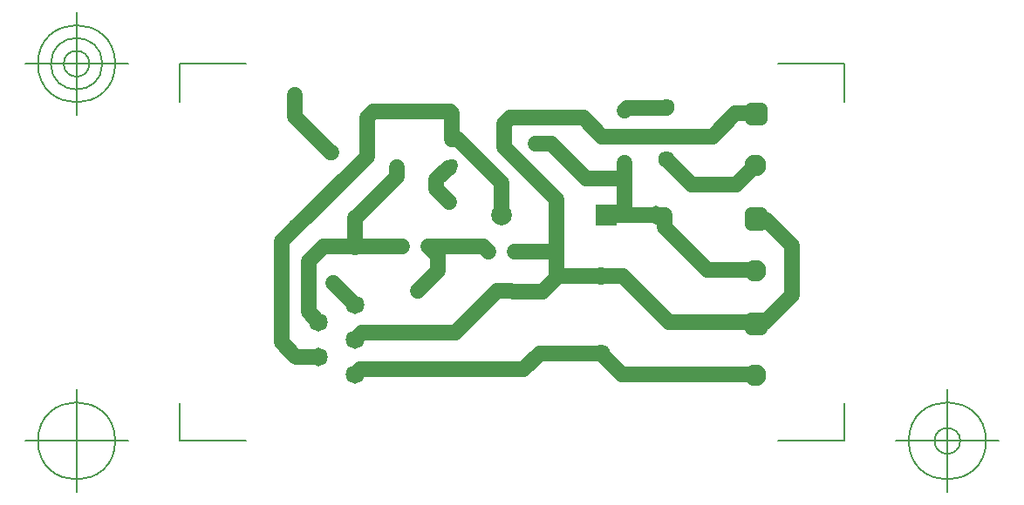
<source format=gbr>
G04 Generated by Ultiboard 11.0 *
%FSLAX25Y25*%
%MOIN*%

%ADD10C,0.06000*%
%ADD11C,0.00500*%
%ADD12C,0.05000*%
%ADD13C,0.06334*%
%ADD14C,0.07087*%
%ADD15R,0.07874X0.07874*%
%ADD16C,0.07874*%
%ADD17C,0.05906*%
%ADD18C,0.07166*%
%ADD19C,0.08334*%
%ADD20R,0.03750X0.03750*%
%ADD21C,0.05083*%


G04 ColorRGB 0000FF for the following layer *
%LNCopper Bottom*%
%LPD*%
%FSLAX25Y25*%
%MOIN*%
G54D10*
X135200Y49528D02*
X110400Y49528D01*
X127000Y20000D02*
X135000Y12000D01*
X129000Y73000D02*
X151350Y73000D01*
X120226Y110124D02*
X127350Y103000D01*
X121280Y87000D02*
X136000Y87000D01*
X127350Y103000D02*
X169467Y103000D01*
X103400Y20000D02*
X127000Y20000D01*
X35667Y28000D02*
X71250Y28000D01*
X81900Y61100D02*
X61100Y61100D01*
X64450Y51450D02*
X64450Y57550D01*
X57000Y44000D02*
X64450Y51450D01*
X64450Y57550D02*
X61000Y61000D01*
X69300Y112700D02*
X39700Y112700D01*
X34850Y13850D02*
X97250Y13850D01*
X63950Y86500D02*
X63950Y83050D01*
X63950Y86500D02*
X68450Y91000D01*
X63950Y83050D02*
X69000Y78000D01*
X20986Y61000D02*
X51000Y61000D01*
X33000Y72000D02*
X33000Y60500D01*
X4900Y62900D02*
X4900Y24206D01*
X37400Y95400D02*
X4900Y62900D01*
X20986Y61000D02*
X15217Y55230D01*
X33000Y25333D02*
X35667Y28000D01*
X33000Y12000D02*
X34850Y13850D01*
X33000Y38667D02*
X24667Y47000D01*
X15217Y55230D02*
X15217Y35783D01*
X15217Y35783D02*
X18941Y32059D01*
X10633Y18667D02*
X18833Y18667D01*
X4900Y24206D02*
X10000Y19106D01*
X49000Y87717D02*
X33283Y72000D01*
X23500Y97000D02*
X10000Y110500D01*
X23500Y97000D02*
X24000Y97000D01*
X10000Y110500D02*
X10000Y119000D01*
X37400Y110400D02*
X37400Y95400D01*
X49000Y87717D02*
X49000Y91167D01*
X39700Y112700D02*
X37400Y110400D01*
X110000Y79000D02*
X110000Y49045D01*
X110000Y59000D02*
X93843Y59000D01*
X84000Y59000D02*
X81900Y61100D01*
X92243Y43850D02*
X87100Y43850D01*
X104522Y43650D02*
X93443Y43650D01*
X97250Y13850D02*
X103400Y20000D01*
X71250Y28000D02*
X87100Y43850D01*
X110400Y49528D02*
X104522Y43650D01*
X92256Y110124D02*
X120226Y110124D01*
X90000Y99000D02*
X110000Y79000D01*
X92256Y110124D02*
X90000Y107867D01*
X90000Y107867D02*
X90000Y99000D01*
X72150Y102000D02*
X89000Y85150D01*
X68450Y91000D02*
X69000Y91000D01*
X89000Y85150D02*
X89000Y73000D01*
X70000Y102000D02*
X70000Y112000D01*
X69300Y112700D02*
X70000Y112000D01*
X72150Y102000D02*
X70150Y102000D01*
X107900Y100380D02*
X121280Y87000D01*
X107900Y100380D02*
X102000Y100380D01*
X135000Y12000D02*
X185760Y12000D01*
X152728Y32000D02*
X189560Y32000D01*
X200000Y61145D02*
X190145Y71000D01*
X189560Y32000D02*
X200000Y42440D01*
X190145Y71000D02*
X186795Y71000D01*
X178300Y111833D02*
X186000Y111833D01*
X178567Y84650D02*
X185917Y92000D01*
X167500Y52000D02*
X185795Y52000D01*
X151350Y68150D02*
X167500Y52000D01*
X135200Y49528D02*
X152728Y32000D01*
X161683Y84650D02*
X178567Y84650D01*
X152000Y94333D02*
X161683Y84650D01*
X136000Y74757D02*
X136000Y93000D01*
X137757Y73000D02*
X136000Y74757D01*
X151350Y68150D02*
X151350Y73000D01*
X137000Y114000D02*
X151833Y114000D01*
X136000Y113000D02*
X137000Y114000D01*
X178300Y111833D02*
X169467Y103000D01*
X200000Y42440D02*
X200000Y61145D01*
G54D11*
X-34184Y-13512D02*
X-34184Y927D01*
X-34184Y-13512D02*
X-8778Y-13512D01*
X219874Y-13512D02*
X194468Y-13512D01*
X219874Y-13512D02*
X219874Y927D01*
X219874Y130874D02*
X219874Y116435D01*
X219874Y130874D02*
X194468Y130874D01*
X-34184Y130874D02*
X-8778Y130874D01*
X-34184Y130874D02*
X-34184Y116435D01*
X-53869Y-13512D02*
X-93239Y-13512D01*
X-73554Y-33197D02*
X-73554Y6173D01*
X-88318Y-13512D02*
G75*
D01*
G02X-88318Y-13512I14764J0*
G01*
X239559Y-13512D02*
X278929Y-13512D01*
X259244Y-33197D02*
X259244Y6173D01*
X244480Y-13512D02*
G75*
D01*
G02X244480Y-13512I14764J0*
G01*
X254323Y-13512D02*
G75*
D01*
G02X254323Y-13512I4921J0*
G01*
X-53869Y130874D02*
X-93239Y130874D01*
X-73554Y111189D02*
X-73554Y150559D01*
X-88318Y130874D02*
G75*
D01*
G02X-88318Y130874I14764J0*
G01*
X-83396Y130874D02*
G75*
D01*
G02X-83396Y130874I9843J0*
G01*
X-78475Y130874D02*
G75*
D01*
G02X-78475Y130874I4921J0*
G01*
G54D12*
X136000Y93000D03*
X136000Y113000D03*
X136000Y103000D03*
X70000Y92000D03*
X70000Y112000D03*
X70000Y102000D03*
X39000Y78000D03*
X69000Y78000D03*
X57000Y44000D03*
X87000Y44000D03*
X61000Y61000D03*
X51000Y61000D03*
X41000Y61000D03*
X24000Y47000D03*
X24000Y97000D03*
X10000Y69000D03*
X10000Y119000D03*
X49000Y91167D03*
X39000Y112000D03*
G54D13*
X152000Y94333D03*
X152000Y114333D03*
G54D14*
X127000Y49528D03*
X127000Y20000D03*
G54D15*
X129000Y73000D03*
G54D16*
X89000Y73000D03*
G54D17*
X57000Y27780D03*
X57000Y14000D03*
X93843Y59000D03*
X84000Y59000D03*
X92256Y110124D03*
X102000Y100380D03*
G54D18*
X33000Y25333D03*
X33000Y12000D03*
X33000Y38667D03*
X18833Y32000D03*
X18833Y18667D03*
X148000Y73000D03*
G54D19*
X186000Y91833D03*
X186000Y51590D03*
X186000Y11520D03*
G54D20*
X186000Y111833D03*
X186000Y71590D03*
X186000Y31520D03*
G54D21*
X184125Y109958D02*
X187875Y109958D01*
X187875Y113708D01*
X184125Y113708D01*
X184125Y109958D01*D02*
X184125Y69715D02*
X187875Y69715D01*
X187875Y73465D01*
X184125Y73465D01*
X184125Y69715D01*D02*
X184125Y29645D02*
X187875Y29645D01*
X187875Y33395D01*
X184125Y33395D01*
X184125Y29645D01*D02*

M00*

</source>
